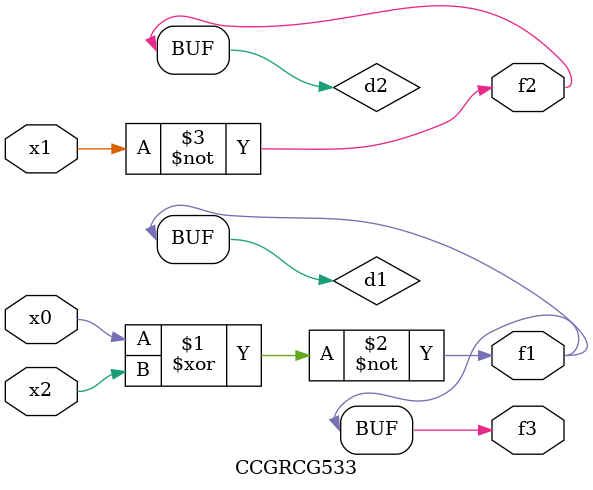
<source format=v>
module CCGRCG533(
	input x0, x1, x2,
	output f1, f2, f3
);

	wire d1, d2, d3;

	xnor (d1, x0, x2);
	nand (d2, x1);
	nor (d3, x1, x2);
	assign f1 = d1;
	assign f2 = d2;
	assign f3 = d1;
endmodule

</source>
